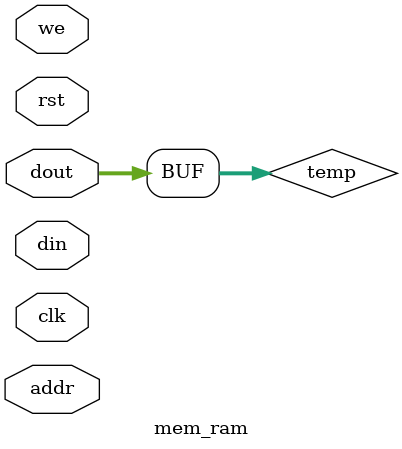
<source format=v>
`timescale 1ns / 1ps

module mem_ram(
        input clk, // reloj
        input we, // write enable
        input rst, // boton para blankear la memoria
        input [5:0] addr, // mem para direccionamiento
        input [7:0] din, // mem de entrada de dato de 8 bits
        input [7:0] dout //mem para salida de dato de 8 bits
    );
    reg [7:0] mem [63:0];
    reg [7:0] temp;
    integer i = 0;
    always@(posedge clk) begin
        if (rst == 1'b1) begin
            for (i = 0; i < 64; i = i + 1) begin
                mem[i] <= 8'h00;
            end
        end
        else begin
            if (we == 1'b1)
                mem[addr] <= din;
            else
                temp <= mem[addr];
        end
    end
    assign dout = temp;
endmodule

</source>
